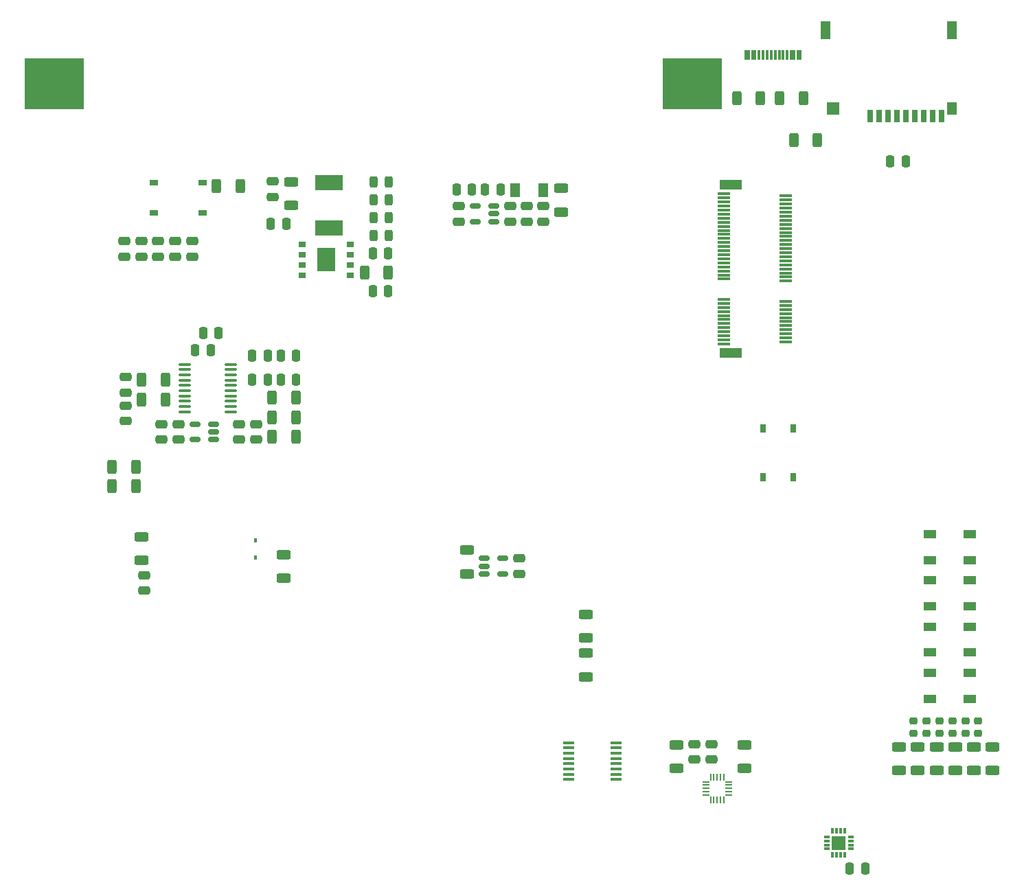
<source format=gbr>
%TF.GenerationSoftware,KiCad,Pcbnew,(6.0.5)*%
%TF.CreationDate,2022-07-17T18:42:08+02:00*%
%TF.ProjectId,clarinoid-devboard,636c6172-696e-46f6-9964-2d646576626f,rev?*%
%TF.SameCoordinates,Original*%
%TF.FileFunction,Paste,Top*%
%TF.FilePolarity,Positive*%
%FSLAX46Y46*%
G04 Gerber Fmt 4.6, Leading zero omitted, Abs format (unit mm)*
G04 Created by KiCad (PCBNEW (6.0.5)) date 2022-07-17 18:42:08*
%MOMM*%
%LPD*%
G01*
G04 APERTURE LIST*
G04 Aperture macros list*
%AMRoundRect*
0 Rectangle with rounded corners*
0 $1 Rounding radius*
0 $2 $3 $4 $5 $6 $7 $8 $9 X,Y pos of 4 corners*
0 Add a 4 corners polygon primitive as box body*
4,1,4,$2,$3,$4,$5,$6,$7,$8,$9,$2,$3,0*
0 Add four circle primitives for the rounded corners*
1,1,$1+$1,$2,$3*
1,1,$1+$1,$4,$5*
1,1,$1+$1,$6,$7*
1,1,$1+$1,$8,$9*
0 Add four rect primitives between the rounded corners*
20,1,$1+$1,$2,$3,$4,$5,0*
20,1,$1+$1,$4,$5,$6,$7,0*
20,1,$1+$1,$6,$7,$8,$9,0*
20,1,$1+$1,$8,$9,$2,$3,0*%
%AMFreePoly0*
4,1,14,0.354215,0.088284,0.450784,-0.008285,0.462500,-0.036569,0.462500,-0.060000,0.450784,-0.088284,0.422500,-0.100000,-0.422500,-0.100000,-0.450784,-0.088284,-0.462500,-0.060000,-0.462500,0.060000,-0.450784,0.088284,-0.422500,0.100000,0.325931,0.100000,0.354215,0.088284,0.354215,0.088284,$1*%
%AMFreePoly1*
4,1,14,0.450784,0.088284,0.462500,0.060000,0.462500,0.036569,0.450784,0.008285,0.354215,-0.088284,0.325931,-0.100000,-0.422500,-0.100000,-0.450784,-0.088284,-0.462500,-0.060000,-0.462500,0.060000,-0.450784,0.088284,-0.422500,0.100000,0.422500,0.100000,0.450784,0.088284,0.450784,0.088284,$1*%
%AMFreePoly2*
4,1,14,0.088284,0.450784,0.100000,0.422500,0.100000,-0.422500,0.088284,-0.450784,0.060000,-0.462500,-0.060000,-0.462500,-0.088284,-0.450784,-0.100000,-0.422500,-0.100000,0.325931,-0.088284,0.354215,0.008285,0.450784,0.036569,0.462500,0.060000,0.462500,0.088284,0.450784,0.088284,0.450784,$1*%
%AMFreePoly3*
4,1,14,-0.008285,0.450784,0.088284,0.354215,0.100000,0.325931,0.100000,-0.422500,0.088284,-0.450784,0.060000,-0.462500,-0.060000,-0.462500,-0.088284,-0.450784,-0.100000,-0.422500,-0.100000,0.422500,-0.088284,0.450784,-0.060000,0.462500,-0.036569,0.462500,-0.008285,0.450784,-0.008285,0.450784,$1*%
%AMFreePoly4*
4,1,14,0.450784,0.088284,0.462500,0.060000,0.462500,-0.060000,0.450784,-0.088284,0.422500,-0.100000,-0.325931,-0.100000,-0.354215,-0.088284,-0.450784,0.008285,-0.462500,0.036569,-0.462500,0.060000,-0.450784,0.088284,-0.422500,0.100000,0.422500,0.100000,0.450784,0.088284,0.450784,0.088284,$1*%
%AMFreePoly5*
4,1,14,0.450784,0.088284,0.462500,0.060000,0.462500,-0.060000,0.450784,-0.088284,0.422500,-0.100000,-0.422500,-0.100000,-0.450784,-0.088284,-0.462500,-0.060000,-0.462500,-0.036569,-0.450784,-0.008285,-0.354215,0.088284,-0.325931,0.100000,0.422500,0.100000,0.450784,0.088284,0.450784,0.088284,$1*%
%AMFreePoly6*
4,1,14,0.088284,0.450784,0.100000,0.422500,0.100000,-0.325931,0.088284,-0.354215,-0.008285,-0.450784,-0.036569,-0.462500,-0.060000,-0.462500,-0.088284,-0.450784,-0.100000,-0.422500,-0.100000,0.422500,-0.088284,0.450784,-0.060000,0.462500,0.060000,0.462500,0.088284,0.450784,0.088284,0.450784,$1*%
%AMFreePoly7*
4,1,14,0.088284,0.450784,0.100000,0.422500,0.100000,-0.422500,0.088284,-0.450784,0.060000,-0.462500,0.036569,-0.462500,0.008285,-0.450784,-0.088284,-0.354215,-0.100000,-0.325931,-0.100000,0.422500,-0.088284,0.450784,-0.060000,0.462500,0.060000,0.462500,0.088284,0.450784,0.088284,0.450784,$1*%
G04 Aperture macros list end*
%ADD10RoundRect,0.218750X0.256250X-0.218750X0.256250X0.218750X-0.256250X0.218750X-0.256250X-0.218750X0*%
%ADD11RoundRect,0.250000X-0.475000X0.250000X-0.475000X-0.250000X0.475000X-0.250000X0.475000X0.250000X0*%
%ADD12RoundRect,0.250000X-0.625000X0.312500X-0.625000X-0.312500X0.625000X-0.312500X0.625000X0.312500X0*%
%ADD13R,1.550000X0.300000*%
%ADD14R,2.750000X1.200000*%
%ADD15RoundRect,0.250000X0.475000X-0.250000X0.475000X0.250000X-0.475000X0.250000X-0.475000X-0.250000X0*%
%ADD16RoundRect,0.250000X0.625000X-0.312500X0.625000X0.312500X-0.625000X0.312500X-0.625000X-0.312500X0*%
%ADD17RoundRect,0.250000X0.312500X0.625000X-0.312500X0.625000X-0.312500X-0.625000X0.312500X-0.625000X0*%
%ADD18RoundRect,0.250000X0.250000X0.475000X-0.250000X0.475000X-0.250000X-0.475000X0.250000X-0.475000X0*%
%ADD19RoundRect,0.250000X-0.250000X-0.475000X0.250000X-0.475000X0.250000X0.475000X-0.250000X0.475000X0*%
%ADD20R,1.475000X0.450000*%
%ADD21R,0.950000X0.700000*%
%ADD22R,2.250000X2.850000*%
%ADD23R,7.340000X6.350000*%
%ADD24R,3.500000X1.850000*%
%ADD25R,0.700000X1.600000*%
%ADD26R,1.200000X1.500000*%
%ADD27R,1.200000X2.200000*%
%ADD28R,1.600000X1.500000*%
%ADD29R,0.750000X1.000000*%
%ADD30RoundRect,0.243750X-0.243750X-0.456250X0.243750X-0.456250X0.243750X0.456250X-0.243750X0.456250X0*%
%ADD31RoundRect,0.250000X-0.312500X-0.625000X0.312500X-0.625000X0.312500X0.625000X-0.312500X0.625000X0*%
%ADD32R,0.300000X0.800000*%
%ADD33R,0.800000X0.300000*%
%ADD34R,1.800000X1.800000*%
%ADD35R,0.300000X1.150000*%
%ADD36R,1.500000X1.000000*%
%ADD37RoundRect,0.243750X0.243750X0.456250X-0.243750X0.456250X-0.243750X-0.456250X0.243750X-0.456250X0*%
%ADD38FreePoly0,270.000000*%
%ADD39RoundRect,0.050000X-0.050000X0.412500X-0.050000X-0.412500X0.050000X-0.412500X0.050000X0.412500X0*%
%ADD40FreePoly1,270.000000*%
%ADD41FreePoly2,270.000000*%
%ADD42RoundRect,0.050000X-0.412500X0.050000X-0.412500X-0.050000X0.412500X-0.050000X0.412500X0.050000X0*%
%ADD43FreePoly3,270.000000*%
%ADD44FreePoly4,270.000000*%
%ADD45FreePoly5,270.000000*%
%ADD46FreePoly6,270.000000*%
%ADD47FreePoly7,270.000000*%
%ADD48RoundRect,0.150000X0.512500X0.150000X-0.512500X0.150000X-0.512500X-0.150000X0.512500X-0.150000X0*%
%ADD49RoundRect,0.100000X-0.637500X-0.100000X0.637500X-0.100000X0.637500X0.100000X-0.637500X0.100000X0*%
%ADD50R,1.300000X1.700000*%
%ADD51R,0.450000X0.600000*%
%ADD52R,1.000000X0.750000*%
%ADD53RoundRect,0.150000X-0.512500X-0.150000X0.512500X-0.150000X0.512500X0.150000X-0.512500X0.150000X0*%
G04 APERTURE END LIST*
D10*
%TO.C,D5*%
X170576804Y-119146534D03*
X170576804Y-117571534D03*
%TD*%
D11*
%TO.C,C4*%
X77876804Y-81009034D03*
X77876804Y-82909034D03*
%TD*%
D12*
%TO.C,R38*%
X178026804Y-120784034D03*
X178026804Y-123709034D03*
%TD*%
D13*
%TO.C,U16*%
X147239304Y-71109034D03*
X154789304Y-70859034D03*
X147239304Y-70609034D03*
X154789304Y-70359034D03*
X147239304Y-70109034D03*
X154789304Y-69859034D03*
X147239304Y-69609034D03*
X154789304Y-69359034D03*
X147239304Y-69109034D03*
X154789304Y-68859034D03*
X147239304Y-68609034D03*
X154789304Y-68359034D03*
X147239304Y-68109034D03*
X154789304Y-67859034D03*
X147239304Y-67609034D03*
X154789304Y-67359034D03*
X147239304Y-67109034D03*
X154789304Y-66859034D03*
X147239304Y-66609034D03*
X154789304Y-66359034D03*
X147239304Y-66109034D03*
X154789304Y-65859034D03*
X147239304Y-65609034D03*
X154789304Y-63359034D03*
X147239304Y-63109034D03*
X154789304Y-62859034D03*
X147239304Y-62609034D03*
X154789304Y-62359034D03*
X147239304Y-62109034D03*
X154789304Y-61859034D03*
X147239304Y-61609034D03*
X154789304Y-61359034D03*
X147239304Y-61109034D03*
X154789304Y-60859034D03*
X147239304Y-60609034D03*
X154789304Y-60359034D03*
X147239304Y-60109034D03*
X154789304Y-59859034D03*
X147239304Y-59609034D03*
X154789304Y-59359034D03*
X147239304Y-59109034D03*
X154789304Y-58859034D03*
X147239304Y-58609034D03*
X154789304Y-58359034D03*
X147239304Y-58109034D03*
X154789304Y-57859034D03*
X147239304Y-57609034D03*
X154789304Y-57359034D03*
X147239304Y-57109034D03*
X154789304Y-56859034D03*
X147239304Y-56609034D03*
X154789304Y-56359034D03*
X147239304Y-56109034D03*
X154789304Y-55859034D03*
X147239304Y-55609034D03*
X154789304Y-55359034D03*
X147239304Y-55109034D03*
X154789304Y-54859034D03*
X147239304Y-54609034D03*
X154789304Y-54359034D03*
X147239304Y-54109034D03*
X154789304Y-53859034D03*
X147239304Y-53609034D03*
X154789304Y-53359034D03*
X147239304Y-53109034D03*
X154789304Y-52859034D03*
X147239304Y-52609034D03*
D14*
X148014304Y-72209034D03*
X148014304Y-51509034D03*
%TD*%
D15*
%TO.C,C21*%
X77485804Y-60349034D03*
X77485804Y-58449034D03*
%TD*%
D10*
%TO.C,D7*%
X172176804Y-119146534D03*
X172176804Y-117571534D03*
%TD*%
D12*
%TO.C,R35*%
X171126804Y-120784034D03*
X171126804Y-123709034D03*
%TD*%
D16*
%TO.C,R40*%
X130151804Y-112159034D03*
X130151804Y-109234034D03*
%TD*%
D11*
%TO.C,C1*%
X124947054Y-54109034D03*
X124947054Y-56009034D03*
%TD*%
D15*
%TO.C,C23*%
X81685804Y-60349034D03*
X81685804Y-58449034D03*
%TD*%
D17*
%TO.C,R10*%
X87601804Y-51659034D03*
X84676804Y-51659034D03*
%TD*%
D18*
%TO.C,C14*%
X94476804Y-75559034D03*
X92576804Y-75559034D03*
%TD*%
D19*
%TO.C,C29*%
X117776804Y-52059034D03*
X119676804Y-52059034D03*
%TD*%
D15*
%TO.C,C25*%
X143576804Y-122359034D03*
X143576804Y-120459034D03*
%TD*%
D10*
%TO.C,D9*%
X175376804Y-119146534D03*
X175376804Y-117571534D03*
%TD*%
D18*
%TO.C,C18*%
X93251804Y-56309034D03*
X91351804Y-56309034D03*
%TD*%
D15*
%TO.C,C20*%
X75385804Y-60349034D03*
X75385804Y-58449034D03*
%TD*%
D20*
%TO.C,IC1*%
X128038804Y-120284034D03*
X128038804Y-120934034D03*
X128038804Y-121584034D03*
X128038804Y-122234034D03*
X128038804Y-122884034D03*
X128038804Y-123534034D03*
X128038804Y-124184034D03*
X128038804Y-124834034D03*
X133914804Y-124834034D03*
X133914804Y-124184034D03*
X133914804Y-123534034D03*
X133914804Y-122884034D03*
X133914804Y-122234034D03*
X133914804Y-121584034D03*
X133914804Y-120934034D03*
X133914804Y-120284034D03*
%TD*%
D16*
%TO.C,R19*%
X92976804Y-100021534D03*
X92976804Y-97096534D03*
%TD*%
D21*
%TO.C,IC2*%
X101171804Y-62609034D03*
X101171804Y-61339034D03*
X101171804Y-60069034D03*
X101171804Y-58799034D03*
X95221804Y-58799034D03*
X95221804Y-60069034D03*
X95221804Y-61339034D03*
X95221804Y-62609034D03*
D22*
X98196804Y-60704034D03*
%TD*%
D11*
%TO.C,C12*%
X73476804Y-78709034D03*
X73476804Y-80609034D03*
%TD*%
%TO.C,C26*%
X120883054Y-54109034D03*
X120883054Y-56009034D03*
%TD*%
D23*
%TO.C,BT1*%
X64646804Y-39059034D03*
X143306804Y-39059034D03*
%TD*%
D24*
%TO.C,L1*%
X98496804Y-56824034D03*
X98496804Y-51224034D03*
%TD*%
D15*
%TO.C,C27*%
X75776804Y-101509034D03*
X75776804Y-99609034D03*
%TD*%
D12*
%TO.C,R4*%
X149776804Y-120546534D03*
X149776804Y-123471534D03*
%TD*%
D25*
%TO.C,J30*%
X165280804Y-43046534D03*
X166380804Y-43046534D03*
X167480804Y-43046534D03*
X168580804Y-43046534D03*
X169680804Y-43046534D03*
X170780804Y-43046534D03*
X171880804Y-43046534D03*
X172980804Y-43046534D03*
X174080804Y-43046534D03*
D26*
X175280804Y-42046534D03*
D27*
X175280804Y-32446534D03*
X159780804Y-32446534D03*
D28*
X160680804Y-42046534D03*
%TD*%
D29*
%TO.C,SW6*%
X152046805Y-87559033D03*
X155796805Y-87559033D03*
X152046805Y-81559033D03*
X155796805Y-81559033D03*
%TD*%
D12*
%TO.C,R41*%
X130151804Y-104434034D03*
X130151804Y-107359034D03*
%TD*%
D10*
%TO.C,D11*%
X178576804Y-119146534D03*
X178576804Y-117571534D03*
%TD*%
D30*
%TO.C,D1*%
X104006804Y-51109034D03*
X105881804Y-51109034D03*
%TD*%
D18*
%TO.C,C15*%
X105831804Y-59957366D03*
X103931804Y-59957366D03*
%TD*%
D31*
%TO.C,R7*%
X148777293Y-40844034D03*
X151702293Y-40844034D03*
%TD*%
D18*
%TO.C,C8*%
X84926804Y-69759034D03*
X83026804Y-69759034D03*
%TD*%
D15*
%TO.C,C5*%
X89576804Y-82909034D03*
X89576804Y-81009034D03*
%TD*%
%TO.C,C9*%
X73476804Y-77109034D03*
X73476804Y-75209034D03*
%TD*%
D32*
%TO.C,IC3*%
X160625804Y-134131534D03*
X161125804Y-134131534D03*
X161625804Y-134131534D03*
X162125804Y-134131534D03*
D33*
X162875804Y-133381534D03*
X162875804Y-132881534D03*
X162875804Y-132381534D03*
X162875804Y-131881534D03*
D32*
X162125804Y-131131534D03*
X161625804Y-131131534D03*
X161125804Y-131131534D03*
X160625804Y-131131534D03*
D33*
X159875804Y-131881534D03*
X159875804Y-132381534D03*
X159875804Y-132881534D03*
X159875804Y-133381534D03*
D34*
X161375804Y-132631534D03*
%TD*%
D35*
%TO.C,J2*%
X156627293Y-35429034D03*
X155827293Y-35429034D03*
X154527293Y-35429034D03*
X153527293Y-35429034D03*
X153027293Y-35429034D03*
X152027293Y-35429034D03*
X150727293Y-35429034D03*
X149927293Y-35429034D03*
X150227293Y-35429034D03*
X151027293Y-35429034D03*
X151527293Y-35429034D03*
X152527293Y-35429034D03*
X154027293Y-35429034D03*
X155027293Y-35429034D03*
X155527293Y-35429034D03*
X156327293Y-35429034D03*
%TD*%
D10*
%TO.C,D8*%
X173776804Y-119146534D03*
X173776804Y-117571534D03*
%TD*%
D36*
%TO.C,D13*%
X177526804Y-103459034D03*
X177526804Y-100259034D03*
X172626804Y-100259034D03*
X172626804Y-103459034D03*
%TD*%
D37*
%TO.C,D2*%
X105881804Y-53324867D03*
X104006804Y-53324867D03*
%TD*%
D17*
%TO.C,R6*%
X78339304Y-77959034D03*
X75414304Y-77959034D03*
%TD*%
D11*
%TO.C,C30*%
X114526804Y-54109034D03*
X114526804Y-56009034D03*
%TD*%
D15*
%TO.C,C24*%
X145676804Y-122359034D03*
X145676804Y-120459034D03*
%TD*%
D19*
%TO.C,C11*%
X89076804Y-75559034D03*
X90976804Y-75559034D03*
%TD*%
D12*
%TO.C,R34*%
X168826804Y-120784034D03*
X168826804Y-123709034D03*
%TD*%
D15*
%TO.C,C6*%
X87476804Y-82909034D03*
X87476804Y-81009034D03*
%TD*%
%TO.C,C17*%
X73285804Y-60349034D03*
X73285804Y-58449034D03*
%TD*%
D16*
%TO.C,R16*%
X115539304Y-99471534D03*
X115539304Y-96546534D03*
%TD*%
D11*
%TO.C,C2*%
X122915054Y-54109034D03*
X122915054Y-56009034D03*
%TD*%
D31*
%TO.C,R21*%
X71776804Y-88659034D03*
X74701804Y-88659034D03*
%TD*%
D37*
%TO.C,D4*%
X105881804Y-57756533D03*
X104006804Y-57756533D03*
%TD*%
D12*
%TO.C,R37*%
X175726804Y-120784034D03*
X175726804Y-123709034D03*
%TD*%
D16*
%TO.C,R22*%
X75376804Y-97821534D03*
X75376804Y-94896534D03*
%TD*%
D38*
%TO.C,U4*%
X147176804Y-124521534D03*
D39*
X146776804Y-124521534D03*
X146376804Y-124521534D03*
X145976804Y-124521534D03*
D40*
X145576804Y-124521534D03*
D41*
X144989304Y-125109034D03*
D42*
X144989304Y-125509034D03*
X144989304Y-125909034D03*
X144989304Y-126309034D03*
D43*
X144989304Y-126709034D03*
D44*
X145576804Y-127296534D03*
D39*
X145976804Y-127296534D03*
X146376804Y-127296534D03*
X146776804Y-127296534D03*
D45*
X147176804Y-127296534D03*
D46*
X147764304Y-126709034D03*
D42*
X147764304Y-126309034D03*
X147764304Y-125909034D03*
X147764304Y-125509034D03*
D47*
X147764304Y-125109034D03*
%TD*%
D19*
%TO.C,C33*%
X162725804Y-135831534D03*
X164625804Y-135831534D03*
%TD*%
D17*
%TO.C,R8*%
X157002293Y-40844034D03*
X154077293Y-40844034D03*
%TD*%
%TO.C,R14*%
X158748304Y-45959034D03*
X155823304Y-45959034D03*
%TD*%
D12*
%TO.C,R11*%
X93881804Y-51109034D03*
X93881804Y-54034034D03*
%TD*%
D48*
%TO.C,U17*%
X118864304Y-56009034D03*
X118864304Y-55059034D03*
X118864304Y-54109034D03*
X116589304Y-54109034D03*
X116589304Y-56009034D03*
%TD*%
D17*
%TO.C,R3*%
X94439304Y-82559034D03*
X91514304Y-82559034D03*
%TD*%
D19*
%TO.C,C13*%
X92576804Y-72551534D03*
X94476804Y-72551534D03*
%TD*%
D12*
%TO.C,R15*%
X127126804Y-51896534D03*
X127126804Y-54821534D03*
%TD*%
D11*
%TO.C,C32*%
X121939304Y-97559034D03*
X121939304Y-99459034D03*
%TD*%
D17*
%TO.C,R1*%
X94439304Y-77759034D03*
X91514304Y-77759034D03*
%TD*%
D10*
%TO.C,D10*%
X176976804Y-119146534D03*
X176976804Y-117571534D03*
%TD*%
D11*
%TO.C,C3*%
X79976804Y-81009034D03*
X79976804Y-82909034D03*
%TD*%
D49*
%TO.C,U1*%
X80714304Y-73634034D03*
X80714304Y-74284034D03*
X80714304Y-74934034D03*
X80714304Y-75584034D03*
X80714304Y-76234034D03*
X80714304Y-76884034D03*
X80714304Y-77534034D03*
X80714304Y-78184034D03*
X80714304Y-78834034D03*
X80714304Y-79484034D03*
X86439304Y-79484034D03*
X86439304Y-78834034D03*
X86439304Y-78184034D03*
X86439304Y-77534034D03*
X86439304Y-76884034D03*
X86439304Y-76234034D03*
X86439304Y-75584034D03*
X86439304Y-74934034D03*
X86439304Y-74284034D03*
X86439304Y-73634034D03*
%TD*%
D30*
%TO.C,D3*%
X104006804Y-55540700D03*
X105881804Y-55540700D03*
%TD*%
D36*
%TO.C,D12*%
X177526804Y-97759034D03*
X177526804Y-94559034D03*
X172626804Y-94559034D03*
X172626804Y-97759034D03*
%TD*%
D19*
%TO.C,C28*%
X167726804Y-48559034D03*
X169626804Y-48559034D03*
%TD*%
D18*
%TO.C,C31*%
X116176804Y-52059034D03*
X114276804Y-52059034D03*
%TD*%
%TO.C,C10*%
X90976804Y-72551534D03*
X89076804Y-72551534D03*
%TD*%
D12*
%TO.C,R36*%
X173426804Y-120784034D03*
X173426804Y-123709034D03*
%TD*%
D50*
%TO.C,D16*%
X124976804Y-52159034D03*
X121476804Y-52159034D03*
%TD*%
D36*
%TO.C,D14*%
X177526804Y-109159034D03*
X177526804Y-105959034D03*
X172626804Y-105959034D03*
X172626804Y-109159034D03*
%TD*%
D31*
%TO.C,R9*%
X102919304Y-62283199D03*
X105844304Y-62283199D03*
%TD*%
D51*
%TO.C,D6*%
X89476804Y-97409034D03*
X89476804Y-95309034D03*
%TD*%
D17*
%TO.C,R5*%
X78339304Y-75559034D03*
X75414304Y-75559034D03*
%TD*%
D15*
%TO.C,C22*%
X79585804Y-60349034D03*
X79585804Y-58449034D03*
%TD*%
D17*
%TO.C,R2*%
X94439304Y-80159034D03*
X91514304Y-80159034D03*
%TD*%
D16*
%TO.C,R12*%
X141376804Y-123471534D03*
X141376804Y-120546534D03*
%TD*%
D36*
%TO.C,D15*%
X177526804Y-114859034D03*
X177526804Y-111659034D03*
X172626804Y-111659034D03*
X172626804Y-114859034D03*
%TD*%
D11*
%TO.C,C19*%
X91581804Y-51059034D03*
X91581804Y-52959034D03*
%TD*%
D18*
%TO.C,C16*%
X105831804Y-64609034D03*
X103931804Y-64609034D03*
%TD*%
D31*
%TO.C,R20*%
X71776804Y-86259034D03*
X74701804Y-86259034D03*
%TD*%
D52*
%TO.C,SW1*%
X82976804Y-54934034D03*
X82976804Y-51184034D03*
X76976804Y-54934034D03*
X76976804Y-51184034D03*
%TD*%
D53*
%TO.C,U19*%
X117701804Y-97559034D03*
X117701804Y-98509034D03*
X117701804Y-99459034D03*
X119976804Y-99459034D03*
X119976804Y-97559034D03*
%TD*%
D19*
%TO.C,C7*%
X82026804Y-71859034D03*
X83926804Y-71859034D03*
%TD*%
D12*
%TO.C,R39*%
X180326804Y-120784034D03*
X180326804Y-123709034D03*
%TD*%
D48*
%TO.C,U7*%
X84314304Y-82909034D03*
X84314304Y-81959034D03*
X84314304Y-81009034D03*
X82039304Y-81009034D03*
X82039304Y-82909034D03*
%TD*%
M02*

</source>
